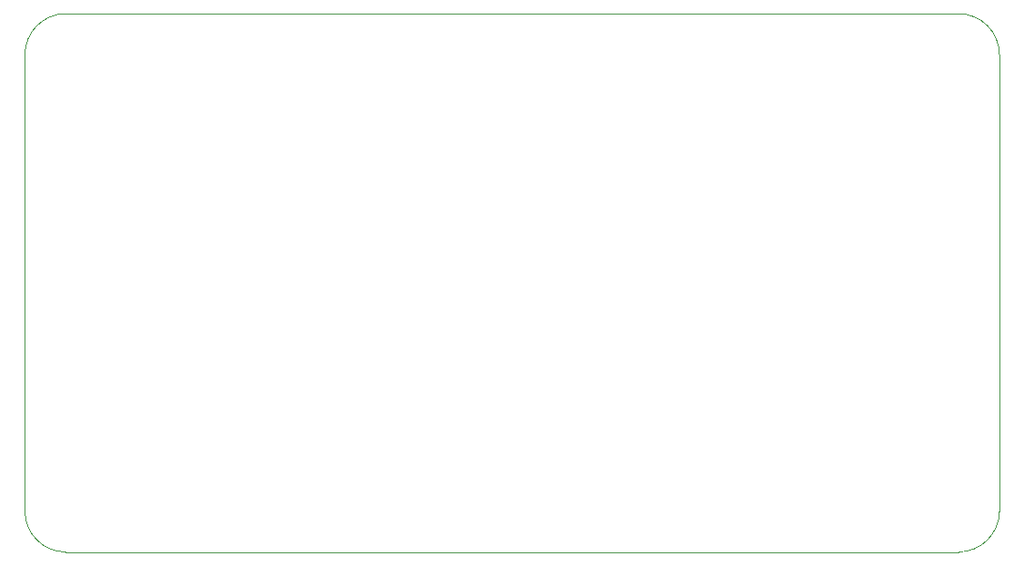
<source format=gbr>
%TF.GenerationSoftware,KiCad,Pcbnew,(5.1.9-0-10_14)*%
%TF.CreationDate,2022-05-15T18:46:11-07:00*%
%TF.ProjectId,PROTO_PCB_2022,50524f54-4f5f-4504-9342-5f323032322e,rev?*%
%TF.SameCoordinates,Original*%
%TF.FileFunction,Profile,NP*%
%FSLAX46Y46*%
G04 Gerber Fmt 4.6, Leading zero omitted, Abs format (unit mm)*
G04 Created by KiCad (PCBNEW (5.1.9-0-10_14)) date 2022-05-15 18:46:11*
%MOMM*%
%LPD*%
G01*
G04 APERTURE LIST*
%TA.AperFunction,Profile*%
%ADD10C,0.100000*%
%TD*%
G04 APERTURE END LIST*
D10*
X45466000Y-149860000D02*
G75*
G02*
X41656000Y-146050000I0J3810000D01*
G01*
X132461000Y-146050000D02*
G75*
G02*
X128651000Y-149860000I-3810000J0D01*
G01*
X128651000Y-99695000D02*
G75*
G02*
X132461000Y-103505000I0J-3810000D01*
G01*
X41656000Y-103505000D02*
G75*
G02*
X45466000Y-99695000I3810000J0D01*
G01*
X132461000Y-103505000D02*
X132461000Y-146050000D01*
X45466000Y-99695000D02*
X128651000Y-99695000D01*
X41656000Y-103505000D02*
X41656000Y-146050000D01*
X45466000Y-149860000D02*
X128651000Y-149860000D01*
M02*

</source>
